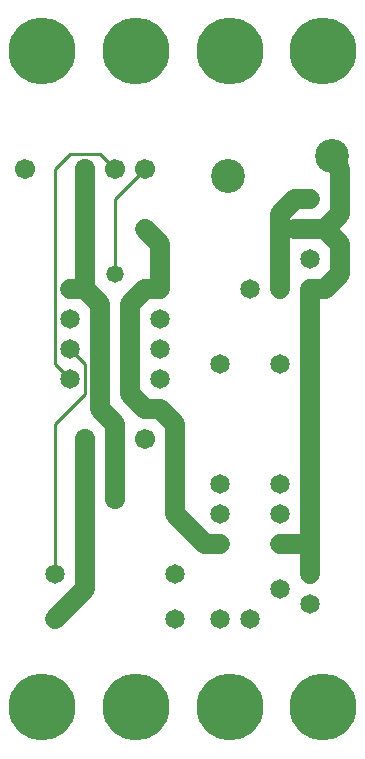
<source format=gtl>
%MOIN*%
%FSLAX25Y25*%
G04 D10 used for Character Trace; *
G04     Circle (OD=.01000) (No hole)*
G04 D11 used for Power Trace; *
G04     Circle (OD=.06700) (No hole)*
G04 D12 used for Signal Trace; *
G04     Circle (OD=.01100) (No hole)*
G04 D13 used for Via; *
G04     Circle (OD=.05800) (Round. Hole ID=.02800)*
G04 D14 used for Component hole; *
G04     Circle (OD=.06500) (Round. Hole ID=.03500)*
G04 D15 used for Component hole; *
G04     Circle (OD=.06700) (Round. Hole ID=.04300)*
G04 D16 used for Component hole; *
G04     Circle (OD=.08100) (Round. Hole ID=.05100)*
G04 D17 used for Component hole; *
G04     Circle (OD=.08900) (Round. Hole ID=.05900)*
G04 D18 used for Component hole; *
G04     Circle (OD=.11300) (Round. Hole ID=.08300)*
G04 D19 used for Component hole; *
G04     Circle (OD=.16000) (Round. Hole ID=.13000)*
G04 D20 used for Component hole; *
G04     Circle (OD=.18300) (Round. Hole ID=.15300)*
G04 D21 used for Component hole; *
G04     Circle (OD=.22291) (Round. Hole ID=.19291)*
%ADD10C,.01000*%
%ADD11C,.06700*%
%ADD12C,.01100*%
%ADD13C,.05800*%
%ADD14C,.06500*%
%ADD15C,.06700*%
%ADD16C,.08100*%
%ADD17C,.08900*%
%ADD18C,.11300*%
%ADD19C,.16000*%
%ADD20C,.18300*%
%ADD21C,.22291*%
%IPPOS*%
%LPD*%
G90*X0Y0D02*D21*X15625Y15625D03*D14*              
X20000Y45000D03*D11*X30000Y55000D01*Y105000D01*   
D15*D03*D11*X40000Y110000D02*X35000Y115000D01*    
X40000Y85000D02*Y110000D01*D15*Y85000D03*         
X50000Y105000D03*D11*X70000Y70000D02*             
X60000Y80000D01*X70000Y70000D02*X75000D01*D14*D03*
Y80000D03*D11*X60000D02*Y110000D01*               
X55000Y115000D01*X50000D01*X45000Y120000D01*      
Y150000D01*X50000Y155000D01*X55000D01*D14*D03*D11*
Y170000D01*X50000Y175000D01*D14*D03*D12*          
X40000Y160000D02*Y185000D01*D13*Y160000D03*D11*   
X35000Y115000D02*Y150000D01*D12*X20000Y110000D02* 
X30000Y120000D01*X20000Y60000D02*Y110000D01*D14*  
Y60000D03*X60000Y45000D03*Y60000D03*D21*          
X46875Y15625D03*D14*X75000Y45000D03*Y90000D03*D21*
X78125Y15625D03*D12*X30000Y120000D02*Y130000D01*  
X25000Y135000D01*D14*D03*D12*Y125000D02*          
X20000Y130000D01*D14*X25000Y125000D03*D12*        
X20000Y130000D02*Y195000D01*X25000Y200000D01*     
X35000D01*X40000Y195000D01*D15*D03*X50000D03*D12* 
X40000Y185000D01*D15*X30000Y195000D03*D11*        
Y175000D01*D14*D03*D11*Y155000D01*                
X35000Y150000D01*X25000Y155000D02*X30000D01*D14*  
X25000D03*Y145000D03*X55000Y125000D03*Y135000D03* 
Y145000D03*D15*X10000Y195000D03*D14*              
X75000Y130000D03*D18*X77600Y192700D03*D14*        
X85000Y155000D03*X95000Y90000D03*Y130000D03*      
Y155000D03*D11*Y180000D01*X100000Y185000D01*      
X105000D01*D14*D03*D11*X115000Y180000D02*         
Y195000D01*X110000Y175000D02*X115000Y180000D01*   
Y170000D02*X110000Y175000D01*X115000Y160000D02*   
Y170000D01*X110000Y155000D02*X115000Y160000D01*   
X105000Y155000D02*X110000D01*D14*X105000D03*D11*  
Y70000D01*Y60000D01*D14*D03*X95000Y70000D03*D11*  
X105000D01*D14*X95000Y80000D03*Y55000D03*         
X105000Y50000D03*X85000Y45000D03*D21*             
X109375Y15625D03*D14*X105000Y165000D03*D11*       
Y175000D02*X110000D01*D14*X105000D03*D11*         
X100000D01*X115000Y195000D02*X112400Y199400D01*   
D18*D03*D21*X109375Y234375D03*X78125D03*X46875D03*
X15625D03*M02*                                    

</source>
